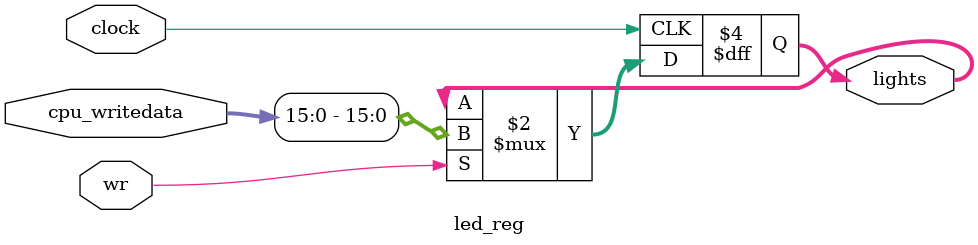
<source format=sv>
`timescale 1ns / 1ps
`default_nettype none

module led_reg #(
   parameter Nloc = 32,                      // Number of memory locations
   parameter Dbits = 32                      // Number of bits in data
)(

   input wire clock,
   input wire wr,                            // WriteEnable:  if wr==1, data is written into mem
   //input wire [$clog2(Nloc)-1 : 0] ReadAddr1, ReadAddr2, WriteAddr, 	
                                             // 3 addresses, two for reading and one for writing
   input wire [Dbits-1 : 0] cpu_writedata,       // Data for writing into memory (if wr==1)
   output logic [15 : 0] lights
                                             // 2 output ports
   );

//   logic [Dbits-1:0] rf [Nloc:0];                     // The actual registers where data is stored
                                             // initial $readmemh(initfile, ..., ..., ...);  
                                             // Usually no need to initialize register file

   always_ff @(posedge clock)                // Memory write: only when wr==1, and only at posedge clock
      if(wr)
         lights <= cpu_writedata[15:0];

   // MODIFY the two lines below so if register 0 is being read, then the output
   // is 0 regardless of the actual value stored in register 0
   
//   assign ReadData1 = ... ? ... rf[...];     // First output port
//   assign ReadData2 = ... ? ... rf[...];     // Second output port
   
endmodule
</source>
